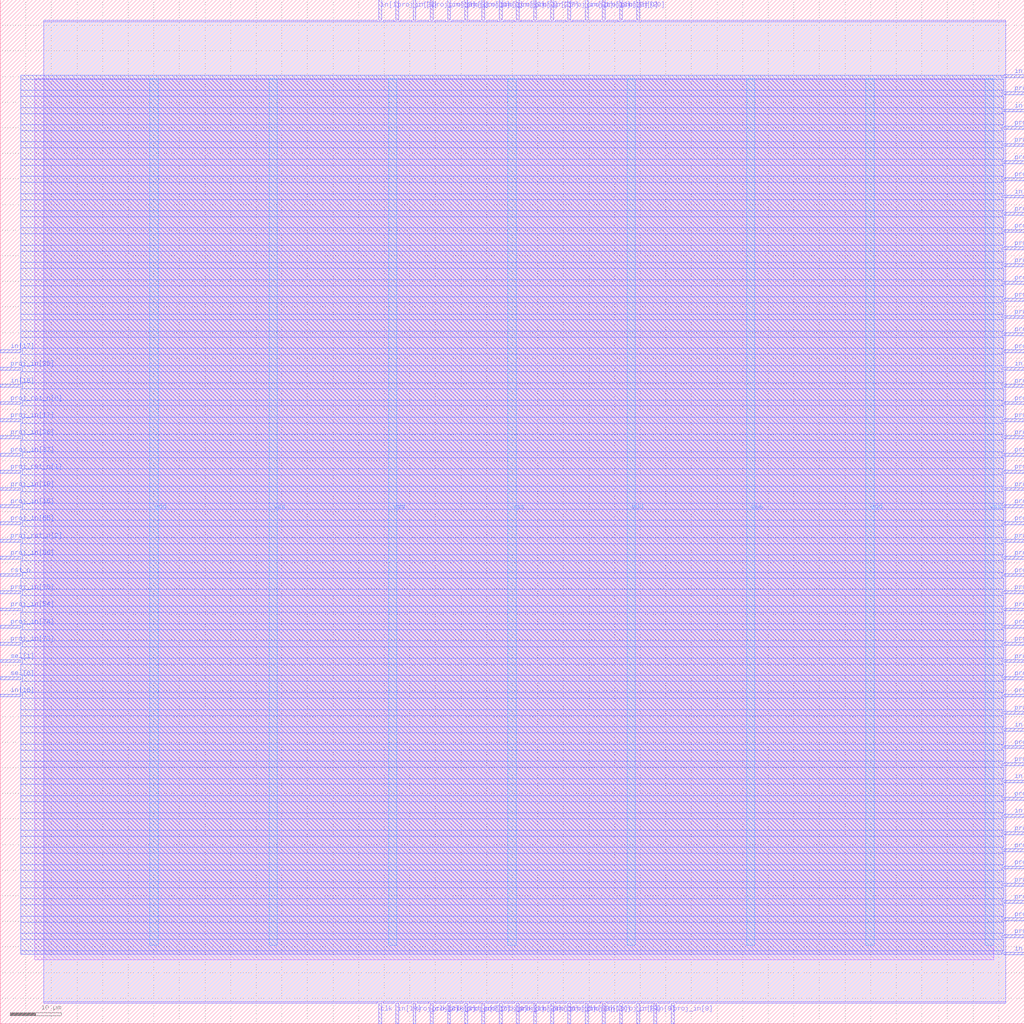
<source format=lef>
VERSION 5.7 ;
  NOWIREEXTENSIONATPIN ON ;
  DIVIDERCHAR "/" ;
  BUSBITCHARS "[]" ;
MACRO input_mux
  CLASS BLOCK ;
  FOREIGN input_mux ;
  ORIGIN 0.000 0.000 ;
  SIZE 200.000 BY 200.000 ;
  PIN clk
    DIRECTION INPUT ;
    USE SIGNAL ;
    ANTENNAGATEAREA 4.738000 ;
    ANTENNADIFFAREA 0.410400 ;
    PORT
      LAYER Metal2 ;
        RECT 73.920 0.000 74.480 4.000 ;
    END
  END clk
  PIN in[0]
    DIRECTION INPUT ;
    USE SIGNAL ;
    ANTENNAGATEAREA 0.498500 ;
    ANTENNADIFFAREA 0.410400 ;
    PORT
      LAYER Metal2 ;
        RECT 124.320 196.000 124.880 200.000 ;
    END
  END in[0]
  PIN in[10]
    DIRECTION INPUT ;
    USE SIGNAL ;
    ANTENNAGATEAREA 0.498500 ;
    ANTENNADIFFAREA 0.410400 ;
    PORT
      LAYER Metal2 ;
        RECT 77.280 0.000 77.840 4.000 ;
    END
  END in[10]
  PIN in[11]
    DIRECTION INPUT ;
    USE SIGNAL ;
    ANTENNAGATEAREA 0.741000 ;
    ANTENNADIFFAREA 0.410400 ;
    PORT
      LAYER Metal2 ;
        RECT 117.600 0.000 118.160 4.000 ;
    END
  END in[11]
  PIN in[12]
    DIRECTION INPUT ;
    USE SIGNAL ;
    ANTENNAGATEAREA 0.498500 ;
    ANTENNADIFFAREA 0.410400 ;
    PORT
      LAYER Metal3 ;
        RECT 196.000 13.440 200.000 14.000 ;
    END
  END in[12]
  PIN in[13]
    DIRECTION INPUT ;
    USE SIGNAL ;
    ANTENNAGATEAREA 0.498500 ;
    ANTENNADIFFAREA 0.410400 ;
    PORT
      LAYER Metal3 ;
        RECT 196.000 40.320 200.000 40.880 ;
    END
  END in[13]
  PIN in[14]
    DIRECTION INPUT ;
    USE SIGNAL ;
    ANTENNAGATEAREA 0.741000 ;
    ANTENNADIFFAREA 0.410400 ;
    PORT
      LAYER Metal3 ;
        RECT 196.000 47.040 200.000 47.600 ;
    END
  END in[14]
  PIN in[15]
    DIRECTION INPUT ;
    USE SIGNAL ;
    ANTENNAGATEAREA 0.741000 ;
    ANTENNADIFFAREA 0.410400 ;
    PORT
      LAYER Metal3 ;
        RECT 196.000 57.120 200.000 57.680 ;
    END
  END in[15]
  PIN in[16]
    DIRECTION INPUT ;
    USE SIGNAL ;
    ANTENNAGATEAREA 0.741000 ;
    ANTENNADIFFAREA 0.410400 ;
    PORT
      LAYER Metal3 ;
        RECT 0.000 63.840 4.000 64.400 ;
    END
  END in[16]
  PIN in[17]
    DIRECTION INPUT ;
    USE SIGNAL ;
    ANTENNAGATEAREA 0.498500 ;
    ANTENNADIFFAREA 0.410400 ;
    PORT
      LAYER Metal3 ;
        RECT 0.000 131.040 4.000 131.600 ;
    END
  END in[17]
  PIN in[18]
    DIRECTION INPUT ;
    USE SIGNAL ;
    ANTENNAGATEAREA 0.498500 ;
    ANTENNADIFFAREA 0.410400 ;
    PORT
      LAYER Metal3 ;
        RECT 0.000 124.320 4.000 124.880 ;
    END
  END in[18]
  PIN in[1]
    DIRECTION INPUT ;
    USE SIGNAL ;
    ANTENNAGATEAREA 0.498500 ;
    ANTENNADIFFAREA 0.410400 ;
    PORT
      LAYER Metal2 ;
        RECT 73.920 196.000 74.480 200.000 ;
    END
  END in[1]
  PIN in[2]
    DIRECTION INPUT ;
    USE SIGNAL ;
    ANTENNAGATEAREA 0.741000 ;
    ANTENNADIFFAREA 0.410400 ;
    PORT
      LAYER Metal2 ;
        RECT 107.520 196.000 108.080 200.000 ;
    END
  END in[2]
  PIN in[3]
    DIRECTION INPUT ;
    USE SIGNAL ;
    ANTENNAGATEAREA 0.498500 ;
    ANTENNADIFFAREA 0.410400 ;
    PORT
      LAYER Metal2 ;
        RECT 80.640 196.000 81.200 200.000 ;
    END
  END in[3]
  PIN in[4]
    DIRECTION INPUT ;
    USE SIGNAL ;
    ANTENNAGATEAREA 0.498500 ;
    ANTENNADIFFAREA 0.410400 ;
    PORT
      LAYER Metal3 ;
        RECT 196.000 184.800 200.000 185.360 ;
    END
  END in[4]
  PIN in[5]
    DIRECTION INPUT ;
    USE SIGNAL ;
    ANTENNAGATEAREA 0.498500 ;
    ANTENNADIFFAREA 0.410400 ;
    PORT
      LAYER Metal3 ;
        RECT 196.000 161.280 200.000 161.840 ;
    END
  END in[5]
  PIN in[6]
    DIRECTION INPUT ;
    USE SIGNAL ;
    ANTENNAGATEAREA 0.498500 ;
    ANTENNADIFFAREA 0.410400 ;
    PORT
      LAYER Metal3 ;
        RECT 196.000 178.080 200.000 178.640 ;
    END
  END in[6]
  PIN in[7]
    DIRECTION INPUT ;
    USE SIGNAL ;
    ANTENNAGATEAREA 0.741000 ;
    ANTENNADIFFAREA 0.410400 ;
    PORT
      LAYER Metal3 ;
        RECT 196.000 127.680 200.000 128.240 ;
    END
  END in[7]
  PIN in[8]
    DIRECTION INPUT ;
    USE SIGNAL ;
    ANTENNAGATEAREA 0.741000 ;
    ANTENNADIFFAREA 0.410400 ;
    PORT
      LAYER Metal2 ;
        RECT 124.320 0.000 124.880 4.000 ;
    END
  END in[8]
  PIN in[9]
    DIRECTION INPUT ;
    USE SIGNAL ;
    ANTENNAGATEAREA 0.741000 ;
    ANTENNADIFFAREA 0.410400 ;
    PORT
      LAYER Metal2 ;
        RECT 127.680 0.000 128.240 4.000 ;
    END
  END in[9]
  PIN proj_clk[0]
    DIRECTION OUTPUT TRISTATE ;
    USE SIGNAL ;
    ANTENNADIFFAREA 0.897600 ;
    PORT
      LAYER Metal2 ;
        RECT 94.080 0.000 94.640 4.000 ;
    END
  END proj_clk[0]
  PIN proj_clk[1]
    DIRECTION OUTPUT TRISTATE ;
    USE SIGNAL ;
    ANTENNADIFFAREA 0.897600 ;
    PORT
      LAYER Metal2 ;
        RECT 97.440 0.000 98.000 4.000 ;
    END
  END proj_clk[1]
  PIN proj_clk[2]
    DIRECTION OUTPUT TRISTATE ;
    USE SIGNAL ;
    ANTENNADIFFAREA 0.897600 ;
    PORT
      LAYER Metal2 ;
        RECT 80.640 0.000 81.200 4.000 ;
    END
  END proj_clk[2]
  PIN proj_clk[3]
    DIRECTION OUTPUT TRISTATE ;
    USE SIGNAL ;
    ANTENNADIFFAREA 0.897600 ;
    PORT
      LAYER Metal2 ;
        RECT 84.000 0.000 84.560 4.000 ;
    END
  END proj_clk[3]
  PIN proj_in[0]
    DIRECTION OUTPUT TRISTATE ;
    USE SIGNAL ;
    ANTENNADIFFAREA 0.754600 ;
    PORT
      LAYER Metal2 ;
        RECT 100.800 196.000 101.360 200.000 ;
    END
  END proj_in[0]
  PIN proj_in[10]
    DIRECTION OUTPUT TRISTATE ;
    USE SIGNAL ;
    ANTENNADIFFAREA 0.754600 ;
    PORT
      LAYER Metal3 ;
        RECT 196.000 53.760 200.000 54.320 ;
    END
  END proj_in[10]
  PIN proj_in[11]
    DIRECTION OUTPUT TRISTATE ;
    USE SIGNAL ;
    ANTENNADIFFAREA 0.754600 ;
    PORT
      LAYER Metal3 ;
        RECT 196.000 60.480 200.000 61.040 ;
    END
  END proj_in[11]
  PIN proj_in[12]
    DIRECTION OUTPUT TRISTATE ;
    USE SIGNAL ;
    ANTENNADIFFAREA 0.754600 ;
    PORT
      LAYER Metal3 ;
        RECT 196.000 77.280 200.000 77.840 ;
    END
  END proj_in[12]
  PIN proj_in[13]
    DIRECTION OUTPUT TRISTATE ;
    USE SIGNAL ;
    ANTENNADIFFAREA 0.754600 ;
    PORT
      LAYER Metal3 ;
        RECT 196.000 63.840 200.000 64.400 ;
    END
  END proj_in[13]
  PIN proj_in[14]
    DIRECTION OUTPUT TRISTATE ;
    USE SIGNAL ;
    ANTENNADIFFAREA 0.754600 ;
    PORT
      LAYER Metal3 ;
        RECT 196.000 43.680 200.000 44.240 ;
    END
  END proj_in[14]
  PIN proj_in[15]
    DIRECTION OUTPUT TRISTATE ;
    USE SIGNAL ;
    ANTENNADIFFAREA 0.754600 ;
    PORT
      LAYER Metal3 ;
        RECT 196.000 70.560 200.000 71.120 ;
    END
  END proj_in[15]
  PIN proj_in[16]
    DIRECTION OUTPUT TRISTATE ;
    USE SIGNAL ;
    ANTENNADIFFAREA 0.754600 ;
    PORT
      LAYER Metal3 ;
        RECT 0.000 100.800 4.000 101.360 ;
    END
  END proj_in[16]
  PIN proj_in[17]
    DIRECTION OUTPUT TRISTATE ;
    USE SIGNAL ;
    ANTENNADIFFAREA 0.754600 ;
    PORT
      LAYER Metal3 ;
        RECT 0.000 117.600 4.000 118.160 ;
    END
  END proj_in[17]
  PIN proj_in[18]
    DIRECTION OUTPUT TRISTATE ;
    USE SIGNAL ;
    ANTENNADIFFAREA 0.754600 ;
    PORT
      LAYER Metal3 ;
        RECT 0.000 104.160 4.000 104.720 ;
    END
  END proj_in[18]
  PIN proj_in[19]
    DIRECTION OUTPUT TRISTATE ;
    USE SIGNAL ;
    ANTENNADIFFAREA 0.754600 ;
    PORT
      LAYER Metal2 ;
        RECT 114.240 196.000 114.800 200.000 ;
    END
  END proj_in[19]
  PIN proj_in[1]
    DIRECTION OUTPUT TRISTATE ;
    USE SIGNAL ;
    ANTENNADIFFAREA 0.754600 ;
    PORT
      LAYER Metal2 ;
        RECT 77.280 196.000 77.840 200.000 ;
    END
  END proj_in[1]
  PIN proj_in[20]
    DIRECTION OUTPUT TRISTATE ;
    USE SIGNAL ;
    ANTENNADIFFAREA 0.754600 ;
    PORT
      LAYER Metal2 ;
        RECT 120.960 196.000 121.520 200.000 ;
    END
  END proj_in[20]
  PIN proj_in[21]
    DIRECTION OUTPUT TRISTATE ;
    USE SIGNAL ;
    ANTENNADIFFAREA 0.754600 ;
    PORT
      LAYER Metal2 ;
        RECT 110.880 196.000 111.440 200.000 ;
    END
  END proj_in[21]
  PIN proj_in[22]
    DIRECTION OUTPUT TRISTATE ;
    USE SIGNAL ;
    ANTENNADIFFAREA 0.754600 ;
    PORT
      LAYER Metal2 ;
        RECT 117.600 196.000 118.160 200.000 ;
    END
  END proj_in[22]
  PIN proj_in[23]
    DIRECTION OUTPUT TRISTATE ;
    USE SIGNAL ;
    ANTENNADIFFAREA 0.754600 ;
    PORT
      LAYER Metal3 ;
        RECT 196.000 110.880 200.000 111.440 ;
    END
  END proj_in[23]
  PIN proj_in[24]
    DIRECTION OUTPUT TRISTATE ;
    USE SIGNAL ;
    ANTENNADIFFAREA 0.754600 ;
    PORT
      LAYER Metal3 ;
        RECT 196.000 131.040 200.000 131.600 ;
    END
  END proj_in[24]
  PIN proj_in[25]
    DIRECTION OUTPUT TRISTATE ;
    USE SIGNAL ;
    ANTENNADIFFAREA 0.754600 ;
    PORT
      LAYER Metal3 ;
        RECT 196.000 181.440 200.000 182.000 ;
    END
  END proj_in[25]
  PIN proj_in[26]
    DIRECTION OUTPUT TRISTATE ;
    USE SIGNAL ;
    ANTENNADIFFAREA 0.754600 ;
    PORT
      LAYER Metal3 ;
        RECT 196.000 144.480 200.000 145.040 ;
    END
  END proj_in[26]
  PIN proj_in[27]
    DIRECTION OUTPUT TRISTATE ;
    USE SIGNAL ;
    ANTENNADIFFAREA 0.754600 ;
    PORT
      LAYER Metal3 ;
        RECT 196.000 94.080 200.000 94.640 ;
    END
  END proj_in[27]
  PIN proj_in[28]
    DIRECTION OUTPUT TRISTATE ;
    USE SIGNAL ;
    ANTENNADIFFAREA 0.754600 ;
    PORT
      LAYER Metal3 ;
        RECT 196.000 87.360 200.000 87.920 ;
    END
  END proj_in[28]
  PIN proj_in[29]
    DIRECTION OUTPUT TRISTATE ;
    USE SIGNAL ;
    ANTENNADIFFAREA 0.754600 ;
    PORT
      LAYER Metal2 ;
        RECT 100.800 0.000 101.360 4.000 ;
    END
  END proj_in[29]
  PIN proj_in[2]
    DIRECTION OUTPUT TRISTATE ;
    USE SIGNAL ;
    ANTENNADIFFAREA 0.754600 ;
    PORT
      LAYER Metal2 ;
        RECT 94.080 196.000 94.640 200.000 ;
    END
  END proj_in[2]
  PIN proj_in[30]
    DIRECTION OUTPUT TRISTATE ;
    USE SIGNAL ;
    ANTENNADIFFAREA 0.754600 ;
    PORT
      LAYER Metal2 ;
        RECT 114.240 0.000 114.800 4.000 ;
    END
  END proj_in[30]
  PIN proj_in[31]
    DIRECTION OUTPUT TRISTATE ;
    USE SIGNAL ;
    ANTENNADIFFAREA 0.754600 ;
    PORT
      LAYER Metal3 ;
        RECT 196.000 97.440 200.000 98.000 ;
    END
  END proj_in[31]
  PIN proj_in[32]
    DIRECTION OUTPUT TRISTATE ;
    USE SIGNAL ;
    ANTENNADIFFAREA 0.754600 ;
    PORT
      LAYER Metal3 ;
        RECT 196.000 100.800 200.000 101.360 ;
    END
  END proj_in[32]
  PIN proj_in[33]
    DIRECTION OUTPUT TRISTATE ;
    USE SIGNAL ;
    ANTENNADIFFAREA 0.754600 ;
    PORT
      LAYER Metal3 ;
        RECT 196.000 30.240 200.000 30.800 ;
    END
  END proj_in[33]
  PIN proj_in[34]
    DIRECTION OUTPUT TRISTATE ;
    USE SIGNAL ;
    ANTENNADIFFAREA 0.754600 ;
    PORT
      LAYER Metal3 ;
        RECT 196.000 33.600 200.000 34.160 ;
    END
  END proj_in[34]
  PIN proj_in[35]
    DIRECTION OUTPUT TRISTATE ;
    USE SIGNAL ;
    ANTENNADIFFAREA 0.754600 ;
    PORT
      LAYER Metal3 ;
        RECT 0.000 127.680 4.000 128.240 ;
    END
  END proj_in[35]
  PIN proj_in[36]
    DIRECTION OUTPUT TRISTATE ;
    USE SIGNAL ;
    ANTENNADIFFAREA 0.754600 ;
    PORT
      LAYER Metal3 ;
        RECT 0.000 114.240 4.000 114.800 ;
    END
  END proj_in[36]
  PIN proj_in[37]
    DIRECTION OUTPUT TRISTATE ;
    USE SIGNAL ;
    ANTENNADIFFAREA 0.754600 ;
    PORT
      LAYER Metal3 ;
        RECT 0.000 110.880 4.000 111.440 ;
    END
  END proj_in[37]
  PIN proj_in[38]
    DIRECTION OUTPUT TRISTATE ;
    USE SIGNAL ;
    ANTENNADIFFAREA 0.754600 ;
    PORT
      LAYER Metal3 ;
        RECT 196.000 107.520 200.000 108.080 ;
    END
  END proj_in[38]
  PIN proj_in[39]
    DIRECTION OUTPUT TRISTATE ;
    USE SIGNAL ;
    ANTENNADIFFAREA 0.754600 ;
    PORT
      LAYER Metal3 ;
        RECT 196.000 117.600 200.000 118.160 ;
    END
  END proj_in[39]
  PIN proj_in[3]
    DIRECTION OUTPUT TRISTATE ;
    USE SIGNAL ;
    ANTENNADIFFAREA 0.754600 ;
    PORT
      LAYER Metal2 ;
        RECT 87.360 196.000 87.920 200.000 ;
    END
  END proj_in[3]
  PIN proj_in[40]
    DIRECTION OUTPUT TRISTATE ;
    USE SIGNAL ;
    ANTENNADIFFAREA 0.754600 ;
    PORT
      LAYER Metal3 ;
        RECT 196.000 141.120 200.000 141.680 ;
    END
  END proj_in[40]
  PIN proj_in[41]
    DIRECTION OUTPUT TRISTATE ;
    USE SIGNAL ;
    ANTENNADIFFAREA 0.754600 ;
    PORT
      LAYER Metal3 ;
        RECT 196.000 147.840 200.000 148.400 ;
    END
  END proj_in[41]
  PIN proj_in[42]
    DIRECTION OUTPUT TRISTATE ;
    USE SIGNAL ;
    ANTENNADIFFAREA 0.754600 ;
    PORT
      LAYER Metal3 ;
        RECT 196.000 104.160 200.000 104.720 ;
    END
  END proj_in[42]
  PIN proj_in[43]
    DIRECTION OUTPUT TRISTATE ;
    USE SIGNAL ;
    ANTENNADIFFAREA 0.754600 ;
    PORT
      LAYER Metal3 ;
        RECT 196.000 124.320 200.000 124.880 ;
    END
  END proj_in[43]
  PIN proj_in[44]
    DIRECTION OUTPUT TRISTATE ;
    USE SIGNAL ;
    ANTENNADIFFAREA 0.754600 ;
    PORT
      LAYER Metal3 ;
        RECT 196.000 114.240 200.000 114.800 ;
    END
  END proj_in[44]
  PIN proj_in[45]
    DIRECTION OUTPUT TRISTATE ;
    USE SIGNAL ;
    ANTENNADIFFAREA 0.754600 ;
    PORT
      LAYER Metal3 ;
        RECT 196.000 134.400 200.000 134.960 ;
    END
  END proj_in[45]
  PIN proj_in[46]
    DIRECTION OUTPUT TRISTATE ;
    USE SIGNAL ;
    ANTENNADIFFAREA 0.754600 ;
    PORT
      LAYER Metal3 ;
        RECT 196.000 20.160 200.000 20.720 ;
    END
  END proj_in[46]
  PIN proj_in[47]
    DIRECTION OUTPUT TRISTATE ;
    USE SIGNAL ;
    ANTENNADIFFAREA 0.754600 ;
    PORT
      LAYER Metal3 ;
        RECT 196.000 90.720 200.000 91.280 ;
    END
  END proj_in[47]
  PIN proj_in[48]
    DIRECTION OUTPUT TRISTATE ;
    USE SIGNAL ;
    ANTENNADIFFAREA 0.754600 ;
    PORT
      LAYER Metal3 ;
        RECT 196.000 36.960 200.000 37.520 ;
    END
  END proj_in[48]
  PIN proj_in[49]
    DIRECTION OUTPUT TRISTATE ;
    USE SIGNAL ;
    ANTENNADIFFAREA 0.754600 ;
    PORT
      LAYER Metal3 ;
        RECT 196.000 84.000 200.000 84.560 ;
    END
  END proj_in[49]
  PIN proj_in[4]
    DIRECTION OUTPUT TRISTATE ;
    USE SIGNAL ;
    ANTENNADIFFAREA 0.754600 ;
    PORT
      LAYER Metal3 ;
        RECT 196.000 164.640 200.000 165.200 ;
    END
  END proj_in[4]
  PIN proj_in[50]
    DIRECTION OUTPUT TRISTATE ;
    USE SIGNAL ;
    ANTENNADIFFAREA 0.754600 ;
    PORT
      LAYER Metal3 ;
        RECT 196.000 16.800 200.000 17.360 ;
    END
  END proj_in[50]
  PIN proj_in[51]
    DIRECTION OUTPUT TRISTATE ;
    USE SIGNAL ;
    ANTENNADIFFAREA 0.754600 ;
    PORT
      LAYER Metal3 ;
        RECT 196.000 120.960 200.000 121.520 ;
    END
  END proj_in[51]
  PIN proj_in[52]
    DIRECTION OUTPUT TRISTATE ;
    USE SIGNAL ;
    ANTENNADIFFAREA 0.754600 ;
    PORT
      LAYER Metal3 ;
        RECT 196.000 23.520 200.000 24.080 ;
    END
  END proj_in[52]
  PIN proj_in[53]
    DIRECTION OUTPUT TRISTATE ;
    USE SIGNAL ;
    ANTENNADIFFAREA 0.754600 ;
    PORT
      LAYER Metal3 ;
        RECT 196.000 26.880 200.000 27.440 ;
    END
  END proj_in[53]
  PIN proj_in[54]
    DIRECTION OUTPUT TRISTATE ;
    USE SIGNAL ;
    ANTENNADIFFAREA 0.754600 ;
    PORT
      LAYER Metal3 ;
        RECT 0.000 80.640 4.000 81.200 ;
    END
  END proj_in[54]
  PIN proj_in[55]
    DIRECTION OUTPUT TRISTATE ;
    USE SIGNAL ;
    ANTENNADIFFAREA 0.754600 ;
    PORT
      LAYER Metal3 ;
        RECT 0.000 97.440 4.000 98.000 ;
    END
  END proj_in[55]
  PIN proj_in[56]
    DIRECTION OUTPUT TRISTATE ;
    USE SIGNAL ;
    ANTENNADIFFAREA 0.754600 ;
    PORT
      LAYER Metal3 ;
        RECT 0.000 90.720 4.000 91.280 ;
    END
  END proj_in[56]
  PIN proj_in[57]
    DIRECTION OUTPUT TRISTATE ;
    USE SIGNAL ;
    ANTENNADIFFAREA 0.754600 ;
    PORT
      LAYER Metal2 ;
        RECT 104.160 196.000 104.720 200.000 ;
    END
  END proj_in[57]
  PIN proj_in[58]
    DIRECTION OUTPUT TRISTATE ;
    USE SIGNAL ;
    ANTENNADIFFAREA 0.754600 ;
    PORT
      LAYER Metal2 ;
        RECT 84.000 196.000 84.560 200.000 ;
    END
  END proj_in[58]
  PIN proj_in[59]
    DIRECTION OUTPUT TRISTATE ;
    USE SIGNAL ;
    ANTENNADIFFAREA 0.754600 ;
    PORT
      LAYER Metal2 ;
        RECT 97.440 196.000 98.000 200.000 ;
    END
  END proj_in[59]
  PIN proj_in[5]
    DIRECTION OUTPUT TRISTATE ;
    USE SIGNAL ;
    ANTENNADIFFAREA 0.754600 ;
    PORT
      LAYER Metal3 ;
        RECT 196.000 168.000 200.000 168.560 ;
    END
  END proj_in[5]
  PIN proj_in[60]
    DIRECTION OUTPUT TRISTATE ;
    USE SIGNAL ;
    ANTENNADIFFAREA 0.754600 ;
    PORT
      LAYER Metal2 ;
        RECT 90.720 196.000 91.280 200.000 ;
    END
  END proj_in[60]
  PIN proj_in[61]
    DIRECTION OUTPUT TRISTATE ;
    USE SIGNAL ;
    ANTENNADIFFAREA 0.754600 ;
    PORT
      LAYER Metal3 ;
        RECT 196.000 174.720 200.000 175.280 ;
    END
  END proj_in[61]
  PIN proj_in[62]
    DIRECTION OUTPUT TRISTATE ;
    USE SIGNAL ;
    ANTENNADIFFAREA 0.754600 ;
    PORT
      LAYER Metal3 ;
        RECT 196.000 157.920 200.000 158.480 ;
    END
  END proj_in[62]
  PIN proj_in[63]
    DIRECTION OUTPUT TRISTATE ;
    USE SIGNAL ;
    ANTENNADIFFAREA 0.754600 ;
    PORT
      LAYER Metal3 ;
        RECT 196.000 154.560 200.000 155.120 ;
    END
  END proj_in[63]
  PIN proj_in[64]
    DIRECTION OUTPUT TRISTATE ;
    USE SIGNAL ;
    ANTENNADIFFAREA 0.754600 ;
    PORT
      LAYER Metal3 ;
        RECT 196.000 151.200 200.000 151.760 ;
    END
  END proj_in[64]
  PIN proj_in[65]
    DIRECTION OUTPUT TRISTATE ;
    USE SIGNAL ;
    ANTENNADIFFAREA 0.754600 ;
    PORT
      LAYER Metal2 ;
        RECT 107.520 0.000 108.080 4.000 ;
    END
  END proj_in[65]
  PIN proj_in[66]
    DIRECTION OUTPUT TRISTATE ;
    USE SIGNAL ;
    ANTENNADIFFAREA 0.754600 ;
    PORT
      LAYER Metal2 ;
        RECT 104.160 0.000 104.720 4.000 ;
    END
  END proj_in[66]
  PIN proj_in[67]
    DIRECTION OUTPUT TRISTATE ;
    USE SIGNAL ;
    ANTENNADIFFAREA 0.754600 ;
    PORT
      LAYER Metal2 ;
        RECT 90.720 0.000 91.280 4.000 ;
    END
  END proj_in[67]
  PIN proj_in[68]
    DIRECTION OUTPUT TRISTATE ;
    USE SIGNAL ;
    ANTENNADIFFAREA 0.754600 ;
    PORT
      LAYER Metal2 ;
        RECT 110.880 0.000 111.440 4.000 ;
    END
  END proj_in[68]
  PIN proj_in[69]
    DIRECTION OUTPUT TRISTATE ;
    USE SIGNAL ;
    ANTENNADIFFAREA 0.754600 ;
    PORT
      LAYER Metal3 ;
        RECT 196.000 50.400 200.000 50.960 ;
    END
  END proj_in[69]
  PIN proj_in[6]
    DIRECTION OUTPUT TRISTATE ;
    USE SIGNAL ;
    ANTENNADIFFAREA 0.754600 ;
    PORT
      LAYER Metal3 ;
        RECT 196.000 171.360 200.000 171.920 ;
    END
  END proj_in[6]
  PIN proj_in[70]
    DIRECTION OUTPUT TRISTATE ;
    USE SIGNAL ;
    ANTENNADIFFAREA 0.754600 ;
    PORT
      LAYER Metal3 ;
        RECT 196.000 67.200 200.000 67.760 ;
    END
  END proj_in[70]
  PIN proj_in[71]
    DIRECTION OUTPUT TRISTATE ;
    USE SIGNAL ;
    ANTENNADIFFAREA 0.754600 ;
    PORT
      LAYER Metal3 ;
        RECT 196.000 80.640 200.000 81.200 ;
    END
  END proj_in[71]
  PIN proj_in[72]
    DIRECTION OUTPUT TRISTATE ;
    USE SIGNAL ;
    ANTENNADIFFAREA 0.754600 ;
    PORT
      LAYER Metal3 ;
        RECT 196.000 73.920 200.000 74.480 ;
    END
  END proj_in[72]
  PIN proj_in[73]
    DIRECTION OUTPUT TRISTATE ;
    USE SIGNAL ;
    ANTENNADIFFAREA 0.754600 ;
    PORT
      LAYER Metal3 ;
        RECT 0.000 73.920 4.000 74.480 ;
    END
  END proj_in[73]
  PIN proj_in[74]
    DIRECTION OUTPUT TRISTATE ;
    USE SIGNAL ;
    ANTENNADIFFAREA 0.754600 ;
    PORT
      LAYER Metal3 ;
        RECT 0.000 77.280 4.000 77.840 ;
    END
  END proj_in[74]
  PIN proj_in[75]
    DIRECTION OUTPUT TRISTATE ;
    USE SIGNAL ;
    ANTENNADIFFAREA 0.754600 ;
    PORT
      LAYER Metal3 ;
        RECT 0.000 84.000 4.000 84.560 ;
    END
  END proj_in[75]
  PIN proj_in[7]
    DIRECTION OUTPUT TRISTATE ;
    USE SIGNAL ;
    ANTENNADIFFAREA 0.754600 ;
    PORT
      LAYER Metal3 ;
        RECT 196.000 137.760 200.000 138.320 ;
    END
  END proj_in[7]
  PIN proj_in[8]
    DIRECTION OUTPUT TRISTATE ;
    USE SIGNAL ;
    ANTENNADIFFAREA 0.754600 ;
    PORT
      LAYER Metal2 ;
        RECT 131.040 0.000 131.600 4.000 ;
    END
  END proj_in[8]
  PIN proj_in[9]
    DIRECTION OUTPUT TRISTATE ;
    USE SIGNAL ;
    ANTENNADIFFAREA 0.754600 ;
    PORT
      LAYER Metal2 ;
        RECT 120.960 0.000 121.520 4.000 ;
    END
  END proj_in[9]
  PIN proj_rst_n[0]
    DIRECTION OUTPUT TRISTATE ;
    USE SIGNAL ;
    ANTENNADIFFAREA 0.754600 ;
    PORT
      LAYER Metal3 ;
        RECT 0.000 120.960 4.000 121.520 ;
    END
  END proj_rst_n[0]
  PIN proj_rst_n[1]
    DIRECTION OUTPUT TRISTATE ;
    USE SIGNAL ;
    ANTENNADIFFAREA 0.754600 ;
    PORT
      LAYER Metal3 ;
        RECT 0.000 107.520 4.000 108.080 ;
    END
  END proj_rst_n[1]
  PIN proj_rst_n[2]
    DIRECTION OUTPUT TRISTATE ;
    USE SIGNAL ;
    ANTENNADIFFAREA 0.754600 ;
    PORT
      LAYER Metal3 ;
        RECT 0.000 94.080 4.000 94.640 ;
    END
  END proj_rst_n[2]
  PIN proj_rst_n[3]
    DIRECTION OUTPUT TRISTATE ;
    USE SIGNAL ;
    ANTENNADIFFAREA 0.754600 ;
    PORT
      LAYER Metal2 ;
        RECT 87.360 0.000 87.920 4.000 ;
    END
  END proj_rst_n[3]
  PIN rst_n
    DIRECTION INPUT ;
    USE SIGNAL ;
    ANTENNAGATEAREA 0.741000 ;
    ANTENNADIFFAREA 0.410400 ;
    PORT
      LAYER Metal3 ;
        RECT 0.000 87.360 4.000 87.920 ;
    END
  END rst_n
  PIN sel[0]
    DIRECTION INPUT ;
    USE SIGNAL ;
    ANTENNAGATEAREA 0.741000 ;
    ANTENNADIFFAREA 0.410400 ;
    PORT
      LAYER Metal3 ;
        RECT 0.000 67.200 4.000 67.760 ;
    END
  END sel[0]
  PIN sel[1]
    DIRECTION INPUT ;
    USE SIGNAL ;
    ANTENNAGATEAREA 0.741000 ;
    ANTENNADIFFAREA 0.410400 ;
    PORT
      LAYER Metal3 ;
        RECT 0.000 70.560 4.000 71.120 ;
    END
  END sel[1]
  PIN vdd
    DIRECTION INOUT ;
    USE POWER ;
    PORT
      LAYER Metal4 ;
        RECT 29.230 15.380 30.830 184.540 ;
    END
    PORT
      LAYER Metal4 ;
        RECT 75.850 15.380 77.450 184.540 ;
    END
    PORT
      LAYER Metal4 ;
        RECT 122.470 15.380 124.070 184.540 ;
    END
    PORT
      LAYER Metal4 ;
        RECT 169.090 15.380 170.690 184.540 ;
    END
  END vdd
  PIN vss
    DIRECTION INOUT ;
    USE GROUND ;
    PORT
      LAYER Metal4 ;
        RECT 52.540 15.380 54.140 184.540 ;
    END
    PORT
      LAYER Metal4 ;
        RECT 99.160 15.380 100.760 184.540 ;
    END
    PORT
      LAYER Metal4 ;
        RECT 145.780 15.380 147.380 184.540 ;
    END
    PORT
      LAYER Metal4 ;
        RECT 192.400 15.380 194.000 184.540 ;
    END
  END vss
  OBS
      LAYER Metal1 ;
        RECT 6.720 12.470 194.000 184.540 ;
      LAYER Metal2 ;
        RECT 8.540 195.700 73.620 196.000 ;
        RECT 74.780 195.700 76.980 196.000 ;
        RECT 78.140 195.700 80.340 196.000 ;
        RECT 81.500 195.700 83.700 196.000 ;
        RECT 84.860 195.700 87.060 196.000 ;
        RECT 88.220 195.700 90.420 196.000 ;
        RECT 91.580 195.700 93.780 196.000 ;
        RECT 94.940 195.700 97.140 196.000 ;
        RECT 98.300 195.700 100.500 196.000 ;
        RECT 101.660 195.700 103.860 196.000 ;
        RECT 105.020 195.700 107.220 196.000 ;
        RECT 108.380 195.700 110.580 196.000 ;
        RECT 111.740 195.700 113.940 196.000 ;
        RECT 115.100 195.700 117.300 196.000 ;
        RECT 118.460 195.700 120.660 196.000 ;
        RECT 121.820 195.700 124.020 196.000 ;
        RECT 125.180 195.700 196.420 196.000 ;
        RECT 8.540 4.300 196.420 195.700 ;
        RECT 8.540 4.000 73.620 4.300 ;
        RECT 74.780 4.000 76.980 4.300 ;
        RECT 78.140 4.000 80.340 4.300 ;
        RECT 81.500 4.000 83.700 4.300 ;
        RECT 84.860 4.000 87.060 4.300 ;
        RECT 88.220 4.000 90.420 4.300 ;
        RECT 91.580 4.000 93.780 4.300 ;
        RECT 94.940 4.000 97.140 4.300 ;
        RECT 98.300 4.000 100.500 4.300 ;
        RECT 101.660 4.000 103.860 4.300 ;
        RECT 105.020 4.000 107.220 4.300 ;
        RECT 108.380 4.000 110.580 4.300 ;
        RECT 111.740 4.000 113.940 4.300 ;
        RECT 115.100 4.000 117.300 4.300 ;
        RECT 118.460 4.000 120.660 4.300 ;
        RECT 121.820 4.000 124.020 4.300 ;
        RECT 125.180 4.000 127.380 4.300 ;
        RECT 128.540 4.000 130.740 4.300 ;
        RECT 131.900 4.000 196.420 4.300 ;
      LAYER Metal3 ;
        RECT 4.000 184.500 195.700 185.220 ;
        RECT 4.000 182.300 196.000 184.500 ;
        RECT 4.000 181.140 195.700 182.300 ;
        RECT 4.000 178.940 196.000 181.140 ;
        RECT 4.000 177.780 195.700 178.940 ;
        RECT 4.000 175.580 196.000 177.780 ;
        RECT 4.000 174.420 195.700 175.580 ;
        RECT 4.000 172.220 196.000 174.420 ;
        RECT 4.000 171.060 195.700 172.220 ;
        RECT 4.000 168.860 196.000 171.060 ;
        RECT 4.000 167.700 195.700 168.860 ;
        RECT 4.000 165.500 196.000 167.700 ;
        RECT 4.000 164.340 195.700 165.500 ;
        RECT 4.000 162.140 196.000 164.340 ;
        RECT 4.000 160.980 195.700 162.140 ;
        RECT 4.000 158.780 196.000 160.980 ;
        RECT 4.000 157.620 195.700 158.780 ;
        RECT 4.000 155.420 196.000 157.620 ;
        RECT 4.000 154.260 195.700 155.420 ;
        RECT 4.000 152.060 196.000 154.260 ;
        RECT 4.000 150.900 195.700 152.060 ;
        RECT 4.000 148.700 196.000 150.900 ;
        RECT 4.000 147.540 195.700 148.700 ;
        RECT 4.000 145.340 196.000 147.540 ;
        RECT 4.000 144.180 195.700 145.340 ;
        RECT 4.000 141.980 196.000 144.180 ;
        RECT 4.000 140.820 195.700 141.980 ;
        RECT 4.000 138.620 196.000 140.820 ;
        RECT 4.000 137.460 195.700 138.620 ;
        RECT 4.000 135.260 196.000 137.460 ;
        RECT 4.000 134.100 195.700 135.260 ;
        RECT 4.000 131.900 196.000 134.100 ;
        RECT 4.300 130.740 195.700 131.900 ;
        RECT 4.000 128.540 196.000 130.740 ;
        RECT 4.300 127.380 195.700 128.540 ;
        RECT 4.000 125.180 196.000 127.380 ;
        RECT 4.300 124.020 195.700 125.180 ;
        RECT 4.000 121.820 196.000 124.020 ;
        RECT 4.300 120.660 195.700 121.820 ;
        RECT 4.000 118.460 196.000 120.660 ;
        RECT 4.300 117.300 195.700 118.460 ;
        RECT 4.000 115.100 196.000 117.300 ;
        RECT 4.300 113.940 195.700 115.100 ;
        RECT 4.000 111.740 196.000 113.940 ;
        RECT 4.300 110.580 195.700 111.740 ;
        RECT 4.000 108.380 196.000 110.580 ;
        RECT 4.300 107.220 195.700 108.380 ;
        RECT 4.000 105.020 196.000 107.220 ;
        RECT 4.300 103.860 195.700 105.020 ;
        RECT 4.000 101.660 196.000 103.860 ;
        RECT 4.300 100.500 195.700 101.660 ;
        RECT 4.000 98.300 196.000 100.500 ;
        RECT 4.300 97.140 195.700 98.300 ;
        RECT 4.000 94.940 196.000 97.140 ;
        RECT 4.300 93.780 195.700 94.940 ;
        RECT 4.000 91.580 196.000 93.780 ;
        RECT 4.300 90.420 195.700 91.580 ;
        RECT 4.000 88.220 196.000 90.420 ;
        RECT 4.300 87.060 195.700 88.220 ;
        RECT 4.000 84.860 196.000 87.060 ;
        RECT 4.300 83.700 195.700 84.860 ;
        RECT 4.000 81.500 196.000 83.700 ;
        RECT 4.300 80.340 195.700 81.500 ;
        RECT 4.000 78.140 196.000 80.340 ;
        RECT 4.300 76.980 195.700 78.140 ;
        RECT 4.000 74.780 196.000 76.980 ;
        RECT 4.300 73.620 195.700 74.780 ;
        RECT 4.000 71.420 196.000 73.620 ;
        RECT 4.300 70.260 195.700 71.420 ;
        RECT 4.000 68.060 196.000 70.260 ;
        RECT 4.300 66.900 195.700 68.060 ;
        RECT 4.000 64.700 196.000 66.900 ;
        RECT 4.300 63.540 195.700 64.700 ;
        RECT 4.000 61.340 196.000 63.540 ;
        RECT 4.000 60.180 195.700 61.340 ;
        RECT 4.000 57.980 196.000 60.180 ;
        RECT 4.000 56.820 195.700 57.980 ;
        RECT 4.000 54.620 196.000 56.820 ;
        RECT 4.000 53.460 195.700 54.620 ;
        RECT 4.000 51.260 196.000 53.460 ;
        RECT 4.000 50.100 195.700 51.260 ;
        RECT 4.000 47.900 196.000 50.100 ;
        RECT 4.000 46.740 195.700 47.900 ;
        RECT 4.000 44.540 196.000 46.740 ;
        RECT 4.000 43.380 195.700 44.540 ;
        RECT 4.000 41.180 196.000 43.380 ;
        RECT 4.000 40.020 195.700 41.180 ;
        RECT 4.000 37.820 196.000 40.020 ;
        RECT 4.000 36.660 195.700 37.820 ;
        RECT 4.000 34.460 196.000 36.660 ;
        RECT 4.000 33.300 195.700 34.460 ;
        RECT 4.000 31.100 196.000 33.300 ;
        RECT 4.000 29.940 195.700 31.100 ;
        RECT 4.000 27.740 196.000 29.940 ;
        RECT 4.000 26.580 195.700 27.740 ;
        RECT 4.000 24.380 196.000 26.580 ;
        RECT 4.000 23.220 195.700 24.380 ;
        RECT 4.000 21.020 196.000 23.220 ;
        RECT 4.000 19.860 195.700 21.020 ;
        RECT 4.000 17.660 196.000 19.860 ;
        RECT 4.000 16.500 195.700 17.660 ;
        RECT 4.000 14.300 196.000 16.500 ;
        RECT 4.000 13.580 195.700 14.300 ;
  END
END input_mux
END LIBRARY


</source>
